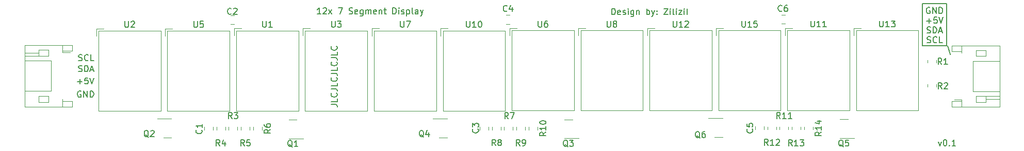
<source format=gbr>
%TF.GenerationSoftware,KiCad,Pcbnew,(6.0.0)*%
%TF.CreationDate,2023-05-02T22:40:52+02:00*%
%TF.ProjectId,7SegmentDisplay,37536567-6d65-46e7-9444-6973706c6179,rev?*%
%TF.SameCoordinates,Original*%
%TF.FileFunction,Legend,Top*%
%TF.FilePolarity,Positive*%
%FSLAX46Y46*%
G04 Gerber Fmt 4.6, Leading zero omitted, Abs format (unit mm)*
G04 Created by KiCad (PCBNEW (6.0.0)) date 2023-05-02 22:40:52*
%MOMM*%
%LPD*%
G01*
G04 APERTURE LIST*
%ADD10C,0.150000*%
%ADD11C,0.120000*%
G04 APERTURE END LIST*
D10*
X100442780Y-93392047D02*
X101157066Y-93392047D01*
X101299923Y-93439666D01*
X101395161Y-93534904D01*
X101442780Y-93677761D01*
X101442780Y-93773000D01*
X101442780Y-92439666D02*
X101442780Y-92915857D01*
X100442780Y-92915857D01*
X101347542Y-91534904D02*
X101395161Y-91582523D01*
X101442780Y-91725380D01*
X101442780Y-91820619D01*
X101395161Y-91963476D01*
X101299923Y-92058714D01*
X101204685Y-92106333D01*
X101014209Y-92153952D01*
X100871352Y-92153952D01*
X100680876Y-92106333D01*
X100585638Y-92058714D01*
X100490400Y-91963476D01*
X100442780Y-91820619D01*
X100442780Y-91725380D01*
X100490400Y-91582523D01*
X100538019Y-91534904D01*
X100442780Y-90820619D02*
X101157066Y-90820619D01*
X101299923Y-90868238D01*
X101395161Y-90963476D01*
X101442780Y-91106333D01*
X101442780Y-91201571D01*
X101442780Y-89868238D02*
X101442780Y-90344428D01*
X100442780Y-90344428D01*
X101347542Y-88963476D02*
X101395161Y-89011095D01*
X101442780Y-89153952D01*
X101442780Y-89249190D01*
X101395161Y-89392047D01*
X101299923Y-89487285D01*
X101204685Y-89534904D01*
X101014209Y-89582523D01*
X100871352Y-89582523D01*
X100680876Y-89534904D01*
X100585638Y-89487285D01*
X100490400Y-89392047D01*
X100442780Y-89249190D01*
X100442780Y-89153952D01*
X100490400Y-89011095D01*
X100538019Y-88963476D01*
X100442780Y-88249190D02*
X101157066Y-88249190D01*
X101299923Y-88296809D01*
X101395161Y-88392047D01*
X101442780Y-88534904D01*
X101442780Y-88630142D01*
X101442780Y-87296809D02*
X101442780Y-87773000D01*
X100442780Y-87773000D01*
X101347542Y-86392047D02*
X101395161Y-86439666D01*
X101442780Y-86582523D01*
X101442780Y-86677761D01*
X101395161Y-86820619D01*
X101299923Y-86915857D01*
X101204685Y-86963476D01*
X101014209Y-87011095D01*
X100871352Y-87011095D01*
X100680876Y-86963476D01*
X100585638Y-86915857D01*
X100490400Y-86820619D01*
X100442780Y-86677761D01*
X100442780Y-86582523D01*
X100490400Y-86439666D01*
X100538019Y-86392047D01*
X100442780Y-85677761D02*
X101157066Y-85677761D01*
X101299923Y-85725380D01*
X101395161Y-85820619D01*
X101442780Y-85963476D01*
X101442780Y-86058714D01*
X101442780Y-84725380D02*
X101442780Y-85201571D01*
X100442780Y-85201571D01*
X101347542Y-83820619D02*
X101395161Y-83868238D01*
X101442780Y-84011095D01*
X101442780Y-84106333D01*
X101395161Y-84249190D01*
X101299923Y-84344428D01*
X101204685Y-84392047D01*
X101014209Y-84439666D01*
X100871352Y-84439666D01*
X100680876Y-84392047D01*
X100585638Y-84344428D01*
X100490400Y-84249190D01*
X100442780Y-84106333D01*
X100442780Y-84011095D01*
X100490400Y-83868238D01*
X100538019Y-83820619D01*
X200120428Y-99531514D02*
X200358523Y-100198180D01*
X200596619Y-99531514D01*
X201168047Y-99198180D02*
X201263285Y-99198180D01*
X201358523Y-99245800D01*
X201406142Y-99293419D01*
X201453761Y-99388657D01*
X201501380Y-99579133D01*
X201501380Y-99817228D01*
X201453761Y-100007704D01*
X201406142Y-100102942D01*
X201358523Y-100150561D01*
X201263285Y-100198180D01*
X201168047Y-100198180D01*
X201072809Y-100150561D01*
X201025190Y-100102942D01*
X200977571Y-100007704D01*
X200929952Y-99817228D01*
X200929952Y-99579133D01*
X200977571Y-99388657D01*
X201025190Y-99293419D01*
X201072809Y-99245800D01*
X201168047Y-99198180D01*
X201929952Y-100102942D02*
X201977571Y-100150561D01*
X201929952Y-100198180D01*
X201882333Y-100150561D01*
X201929952Y-100102942D01*
X201929952Y-100198180D01*
X202929952Y-100198180D02*
X202358523Y-100198180D01*
X202644238Y-100198180D02*
X202644238Y-99198180D01*
X202549000Y-99341038D01*
X202453761Y-99436276D01*
X202358523Y-99483895D01*
X146538133Y-78582780D02*
X146538133Y-77582780D01*
X146776228Y-77582780D01*
X146919085Y-77630400D01*
X147014323Y-77725638D01*
X147061942Y-77820876D01*
X147109561Y-78011352D01*
X147109561Y-78154209D01*
X147061942Y-78344685D01*
X147014323Y-78439923D01*
X146919085Y-78535161D01*
X146776228Y-78582780D01*
X146538133Y-78582780D01*
X147919085Y-78535161D02*
X147823847Y-78582780D01*
X147633371Y-78582780D01*
X147538133Y-78535161D01*
X147490514Y-78439923D01*
X147490514Y-78058971D01*
X147538133Y-77963733D01*
X147633371Y-77916114D01*
X147823847Y-77916114D01*
X147919085Y-77963733D01*
X147966704Y-78058971D01*
X147966704Y-78154209D01*
X147490514Y-78249447D01*
X148347657Y-78535161D02*
X148442895Y-78582780D01*
X148633371Y-78582780D01*
X148728609Y-78535161D01*
X148776228Y-78439923D01*
X148776228Y-78392304D01*
X148728609Y-78297066D01*
X148633371Y-78249447D01*
X148490514Y-78249447D01*
X148395276Y-78201828D01*
X148347657Y-78106590D01*
X148347657Y-78058971D01*
X148395276Y-77963733D01*
X148490514Y-77916114D01*
X148633371Y-77916114D01*
X148728609Y-77963733D01*
X149204800Y-78582780D02*
X149204800Y-77916114D01*
X149204800Y-77582780D02*
X149157180Y-77630400D01*
X149204800Y-77678019D01*
X149252419Y-77630400D01*
X149204800Y-77582780D01*
X149204800Y-77678019D01*
X150109561Y-77916114D02*
X150109561Y-78725638D01*
X150061942Y-78820876D01*
X150014323Y-78868495D01*
X149919085Y-78916114D01*
X149776228Y-78916114D01*
X149680990Y-78868495D01*
X150109561Y-78535161D02*
X150014323Y-78582780D01*
X149823847Y-78582780D01*
X149728609Y-78535161D01*
X149680990Y-78487542D01*
X149633371Y-78392304D01*
X149633371Y-78106590D01*
X149680990Y-78011352D01*
X149728609Y-77963733D01*
X149823847Y-77916114D01*
X150014323Y-77916114D01*
X150109561Y-77963733D01*
X150585752Y-77916114D02*
X150585752Y-78582780D01*
X150585752Y-78011352D02*
X150633371Y-77963733D01*
X150728609Y-77916114D01*
X150871466Y-77916114D01*
X150966704Y-77963733D01*
X151014323Y-78058971D01*
X151014323Y-78582780D01*
X152252419Y-78582780D02*
X152252419Y-77582780D01*
X152252419Y-77963733D02*
X152347657Y-77916114D01*
X152538133Y-77916114D01*
X152633371Y-77963733D01*
X152680990Y-78011352D01*
X152728609Y-78106590D01*
X152728609Y-78392304D01*
X152680990Y-78487542D01*
X152633371Y-78535161D01*
X152538133Y-78582780D01*
X152347657Y-78582780D01*
X152252419Y-78535161D01*
X153061942Y-77916114D02*
X153300038Y-78582780D01*
X153538133Y-77916114D02*
X153300038Y-78582780D01*
X153204800Y-78820876D01*
X153157180Y-78868495D01*
X153061942Y-78916114D01*
X153919085Y-78487542D02*
X153966704Y-78535161D01*
X153919085Y-78582780D01*
X153871466Y-78535161D01*
X153919085Y-78487542D01*
X153919085Y-78582780D01*
X153919085Y-77963733D02*
X153966704Y-78011352D01*
X153919085Y-78058971D01*
X153871466Y-78011352D01*
X153919085Y-77963733D01*
X153919085Y-78058971D01*
X155061942Y-77582780D02*
X155728609Y-77582780D01*
X155061942Y-78582780D01*
X155728609Y-78582780D01*
X156109561Y-78582780D02*
X156109561Y-77916114D01*
X156109561Y-77582780D02*
X156061942Y-77630400D01*
X156109561Y-77678019D01*
X156157180Y-77630400D01*
X156109561Y-77582780D01*
X156109561Y-77678019D01*
X156728609Y-78582780D02*
X156633371Y-78535161D01*
X156585752Y-78439923D01*
X156585752Y-77582780D01*
X157109561Y-78582780D02*
X157109561Y-77916114D01*
X157109561Y-77582780D02*
X157061942Y-77630400D01*
X157109561Y-77678019D01*
X157157180Y-77630400D01*
X157109561Y-77582780D01*
X157109561Y-77678019D01*
X157490514Y-77916114D02*
X158014323Y-77916114D01*
X157490514Y-78582780D01*
X158014323Y-78582780D01*
X158395276Y-78582780D02*
X158395276Y-77916114D01*
X158395276Y-77582780D02*
X158347657Y-77630400D01*
X158395276Y-77678019D01*
X158442895Y-77630400D01*
X158395276Y-77582780D01*
X158395276Y-77678019D01*
X158871466Y-78582780D02*
X158871466Y-77582780D01*
X98762561Y-78481180D02*
X98191133Y-78481180D01*
X98476847Y-78481180D02*
X98476847Y-77481180D01*
X98381609Y-77624038D01*
X98286371Y-77719276D01*
X98191133Y-77766895D01*
X99143514Y-77576419D02*
X99191133Y-77528800D01*
X99286371Y-77481180D01*
X99524466Y-77481180D01*
X99619704Y-77528800D01*
X99667323Y-77576419D01*
X99714942Y-77671657D01*
X99714942Y-77766895D01*
X99667323Y-77909752D01*
X99095895Y-78481180D01*
X99714942Y-78481180D01*
X100048276Y-78481180D02*
X100572085Y-77814514D01*
X100048276Y-77814514D02*
X100572085Y-78481180D01*
X101619704Y-77481180D02*
X102286371Y-77481180D01*
X101857799Y-78481180D01*
X103381609Y-78433561D02*
X103524466Y-78481180D01*
X103762561Y-78481180D01*
X103857799Y-78433561D01*
X103905419Y-78385942D01*
X103953038Y-78290704D01*
X103953038Y-78195466D01*
X103905419Y-78100228D01*
X103857799Y-78052609D01*
X103762561Y-78004990D01*
X103572085Y-77957371D01*
X103476847Y-77909752D01*
X103429228Y-77862133D01*
X103381609Y-77766895D01*
X103381609Y-77671657D01*
X103429228Y-77576419D01*
X103476847Y-77528800D01*
X103572085Y-77481180D01*
X103810180Y-77481180D01*
X103953038Y-77528800D01*
X104762561Y-78433561D02*
X104667323Y-78481180D01*
X104476847Y-78481180D01*
X104381609Y-78433561D01*
X104333990Y-78338323D01*
X104333990Y-77957371D01*
X104381609Y-77862133D01*
X104476847Y-77814514D01*
X104667323Y-77814514D01*
X104762561Y-77862133D01*
X104810180Y-77957371D01*
X104810180Y-78052609D01*
X104333990Y-78147847D01*
X105667323Y-77814514D02*
X105667323Y-78624038D01*
X105619704Y-78719276D01*
X105572085Y-78766895D01*
X105476847Y-78814514D01*
X105333990Y-78814514D01*
X105238752Y-78766895D01*
X105667323Y-78433561D02*
X105572085Y-78481180D01*
X105381609Y-78481180D01*
X105286371Y-78433561D01*
X105238752Y-78385942D01*
X105191133Y-78290704D01*
X105191133Y-78004990D01*
X105238752Y-77909752D01*
X105286371Y-77862133D01*
X105381609Y-77814514D01*
X105572085Y-77814514D01*
X105667323Y-77862133D01*
X106143514Y-78481180D02*
X106143514Y-77814514D01*
X106143514Y-77909752D02*
X106191133Y-77862133D01*
X106286371Y-77814514D01*
X106429228Y-77814514D01*
X106524466Y-77862133D01*
X106572085Y-77957371D01*
X106572085Y-78481180D01*
X106572085Y-77957371D02*
X106619704Y-77862133D01*
X106714942Y-77814514D01*
X106857799Y-77814514D01*
X106953038Y-77862133D01*
X107000657Y-77957371D01*
X107000657Y-78481180D01*
X107857800Y-78433561D02*
X107762561Y-78481180D01*
X107572085Y-78481180D01*
X107476847Y-78433561D01*
X107429228Y-78338323D01*
X107429228Y-77957371D01*
X107476847Y-77862133D01*
X107572085Y-77814514D01*
X107762561Y-77814514D01*
X107857800Y-77862133D01*
X107905419Y-77957371D01*
X107905419Y-78052609D01*
X107429228Y-78147847D01*
X108333990Y-77814514D02*
X108333990Y-78481180D01*
X108333990Y-77909752D02*
X108381609Y-77862133D01*
X108476847Y-77814514D01*
X108619704Y-77814514D01*
X108714942Y-77862133D01*
X108762561Y-77957371D01*
X108762561Y-78481180D01*
X109095895Y-77814514D02*
X109476847Y-77814514D01*
X109238752Y-77481180D02*
X109238752Y-78338323D01*
X109286371Y-78433561D01*
X109381609Y-78481180D01*
X109476847Y-78481180D01*
X110572085Y-78481180D02*
X110572085Y-77481180D01*
X110810180Y-77481180D01*
X110953038Y-77528800D01*
X111048276Y-77624038D01*
X111095895Y-77719276D01*
X111143514Y-77909752D01*
X111143514Y-78052609D01*
X111095895Y-78243085D01*
X111048276Y-78338323D01*
X110953038Y-78433561D01*
X110810180Y-78481180D01*
X110572085Y-78481180D01*
X111572085Y-78481180D02*
X111572085Y-77814514D01*
X111572085Y-77481180D02*
X111524466Y-77528800D01*
X111572085Y-77576419D01*
X111619704Y-77528800D01*
X111572085Y-77481180D01*
X111572085Y-77576419D01*
X112000657Y-78433561D02*
X112095895Y-78481180D01*
X112286371Y-78481180D01*
X112381609Y-78433561D01*
X112429228Y-78338323D01*
X112429228Y-78290704D01*
X112381609Y-78195466D01*
X112286371Y-78147847D01*
X112143514Y-78147847D01*
X112048276Y-78100228D01*
X112000657Y-78004990D01*
X112000657Y-77957371D01*
X112048276Y-77862133D01*
X112143514Y-77814514D01*
X112286371Y-77814514D01*
X112381609Y-77862133D01*
X112857799Y-77814514D02*
X112857799Y-78814514D01*
X112857799Y-77862133D02*
X112953038Y-77814514D01*
X113143514Y-77814514D01*
X113238752Y-77862133D01*
X113286371Y-77909752D01*
X113333990Y-78004990D01*
X113333990Y-78290704D01*
X113286371Y-78385942D01*
X113238752Y-78433561D01*
X113143514Y-78481180D01*
X112953038Y-78481180D01*
X112857799Y-78433561D01*
X113905419Y-78481180D02*
X113810180Y-78433561D01*
X113762561Y-78338323D01*
X113762561Y-77481180D01*
X114714942Y-78481180D02*
X114714942Y-77957371D01*
X114667323Y-77862133D01*
X114572085Y-77814514D01*
X114381609Y-77814514D01*
X114286371Y-77862133D01*
X114714942Y-78433561D02*
X114619704Y-78481180D01*
X114381609Y-78481180D01*
X114286371Y-78433561D01*
X114238752Y-78338323D01*
X114238752Y-78243085D01*
X114286371Y-78147847D01*
X114381609Y-78100228D01*
X114619704Y-78100228D01*
X114714942Y-78052609D01*
X115095895Y-77814514D02*
X115333990Y-78481180D01*
X115572085Y-77814514D02*
X115333990Y-78481180D01*
X115238752Y-78719276D01*
X115191133Y-78766895D01*
X115095895Y-78814514D01*
X202057000Y-85140800D02*
X202057000Y-85166200D01*
X201599800Y-83718400D02*
X202057000Y-85140800D01*
X197459600Y-76809600D02*
X201498200Y-76809600D01*
X201498200Y-76809600D02*
X201498200Y-83743800D01*
X201498200Y-83743800D02*
X197459600Y-83743800D01*
X197459600Y-83743800D02*
X197459600Y-76809600D01*
X198704295Y-77450600D02*
X198609057Y-77402980D01*
X198466200Y-77402980D01*
X198323342Y-77450600D01*
X198228104Y-77545838D01*
X198180485Y-77641076D01*
X198132866Y-77831552D01*
X198132866Y-77974409D01*
X198180485Y-78164885D01*
X198228104Y-78260123D01*
X198323342Y-78355361D01*
X198466200Y-78402980D01*
X198561438Y-78402980D01*
X198704295Y-78355361D01*
X198751914Y-78307742D01*
X198751914Y-77974409D01*
X198561438Y-77974409D01*
X199180485Y-78402980D02*
X199180485Y-77402980D01*
X199751914Y-78402980D01*
X199751914Y-77402980D01*
X200228104Y-78402980D02*
X200228104Y-77402980D01*
X200466200Y-77402980D01*
X200609057Y-77450600D01*
X200704295Y-77545838D01*
X200751914Y-77641076D01*
X200799533Y-77831552D01*
X200799533Y-77974409D01*
X200751914Y-78164885D01*
X200704295Y-78260123D01*
X200609057Y-78355361D01*
X200466200Y-78402980D01*
X200228104Y-78402980D01*
X198180485Y-79632028D02*
X198942390Y-79632028D01*
X198561438Y-80012980D02*
X198561438Y-79251076D01*
X199894771Y-79012980D02*
X199418580Y-79012980D01*
X199370961Y-79489171D01*
X199418580Y-79441552D01*
X199513819Y-79393933D01*
X199751914Y-79393933D01*
X199847152Y-79441552D01*
X199894771Y-79489171D01*
X199942390Y-79584409D01*
X199942390Y-79822504D01*
X199894771Y-79917742D01*
X199847152Y-79965361D01*
X199751914Y-80012980D01*
X199513819Y-80012980D01*
X199418580Y-79965361D01*
X199370961Y-79917742D01*
X200228104Y-79012980D02*
X200561438Y-80012980D01*
X200894771Y-79012980D01*
X198251914Y-81575361D02*
X198394771Y-81622980D01*
X198632866Y-81622980D01*
X198728104Y-81575361D01*
X198775723Y-81527742D01*
X198823342Y-81432504D01*
X198823342Y-81337266D01*
X198775723Y-81242028D01*
X198728104Y-81194409D01*
X198632866Y-81146790D01*
X198442390Y-81099171D01*
X198347152Y-81051552D01*
X198299533Y-81003933D01*
X198251914Y-80908695D01*
X198251914Y-80813457D01*
X198299533Y-80718219D01*
X198347152Y-80670600D01*
X198442390Y-80622980D01*
X198680485Y-80622980D01*
X198823342Y-80670600D01*
X199251914Y-81622980D02*
X199251914Y-80622980D01*
X199490009Y-80622980D01*
X199632866Y-80670600D01*
X199728104Y-80765838D01*
X199775723Y-80861076D01*
X199823342Y-81051552D01*
X199823342Y-81194409D01*
X199775723Y-81384885D01*
X199728104Y-81480123D01*
X199632866Y-81575361D01*
X199490009Y-81622980D01*
X199251914Y-81622980D01*
X200204295Y-81337266D02*
X200680485Y-81337266D01*
X200109057Y-81622980D02*
X200442390Y-80622980D01*
X200775723Y-81622980D01*
X198275723Y-83185361D02*
X198418580Y-83232980D01*
X198656676Y-83232980D01*
X198751914Y-83185361D01*
X198799533Y-83137742D01*
X198847152Y-83042504D01*
X198847152Y-82947266D01*
X198799533Y-82852028D01*
X198751914Y-82804409D01*
X198656676Y-82756790D01*
X198466200Y-82709171D01*
X198370961Y-82661552D01*
X198323342Y-82613933D01*
X198275723Y-82518695D01*
X198275723Y-82423457D01*
X198323342Y-82328219D01*
X198370961Y-82280600D01*
X198466200Y-82232980D01*
X198704295Y-82232980D01*
X198847152Y-82280600D01*
X199847152Y-83137742D02*
X199799533Y-83185361D01*
X199656676Y-83232980D01*
X199561438Y-83232980D01*
X199418580Y-83185361D01*
X199323342Y-83090123D01*
X199275723Y-82994885D01*
X199228104Y-82804409D01*
X199228104Y-82661552D01*
X199275723Y-82471076D01*
X199323342Y-82375838D01*
X199418580Y-82280600D01*
X199561438Y-82232980D01*
X199656676Y-82232980D01*
X199799533Y-82280600D01*
X199847152Y-82328219D01*
X200751914Y-83232980D02*
X200275723Y-83232980D01*
X200275723Y-82232980D01*
X59007523Y-86129761D02*
X59150380Y-86177380D01*
X59388476Y-86177380D01*
X59483714Y-86129761D01*
X59531333Y-86082142D01*
X59578952Y-85986904D01*
X59578952Y-85891666D01*
X59531333Y-85796428D01*
X59483714Y-85748809D01*
X59388476Y-85701190D01*
X59198000Y-85653571D01*
X59102761Y-85605952D01*
X59055142Y-85558333D01*
X59007523Y-85463095D01*
X59007523Y-85367857D01*
X59055142Y-85272619D01*
X59102761Y-85225000D01*
X59198000Y-85177380D01*
X59436095Y-85177380D01*
X59578952Y-85225000D01*
X60578952Y-86082142D02*
X60531333Y-86129761D01*
X60388476Y-86177380D01*
X60293238Y-86177380D01*
X60150380Y-86129761D01*
X60055142Y-86034523D01*
X60007523Y-85939285D01*
X59959904Y-85748809D01*
X59959904Y-85605952D01*
X60007523Y-85415476D01*
X60055142Y-85320238D01*
X60150380Y-85225000D01*
X60293238Y-85177380D01*
X60388476Y-85177380D01*
X60531333Y-85225000D01*
X60578952Y-85272619D01*
X61483714Y-86177380D02*
X61007523Y-86177380D01*
X61007523Y-85177380D01*
X59009114Y-87933161D02*
X59151971Y-87980780D01*
X59390066Y-87980780D01*
X59485304Y-87933161D01*
X59532923Y-87885542D01*
X59580542Y-87790304D01*
X59580542Y-87695066D01*
X59532923Y-87599828D01*
X59485304Y-87552209D01*
X59390066Y-87504590D01*
X59199590Y-87456971D01*
X59104352Y-87409352D01*
X59056733Y-87361733D01*
X59009114Y-87266495D01*
X59009114Y-87171257D01*
X59056733Y-87076019D01*
X59104352Y-87028400D01*
X59199590Y-86980780D01*
X59437685Y-86980780D01*
X59580542Y-87028400D01*
X60009114Y-87980780D02*
X60009114Y-86980780D01*
X60247209Y-86980780D01*
X60390066Y-87028400D01*
X60485304Y-87123638D01*
X60532923Y-87218876D01*
X60580542Y-87409352D01*
X60580542Y-87552209D01*
X60532923Y-87742685D01*
X60485304Y-87837923D01*
X60390066Y-87933161D01*
X60247209Y-87980780D01*
X60009114Y-87980780D01*
X60961495Y-87695066D02*
X61437685Y-87695066D01*
X60866257Y-87980780D02*
X61199590Y-86980780D01*
X61532923Y-87980780D01*
X58810685Y-89631828D02*
X59572590Y-89631828D01*
X59191638Y-90012780D02*
X59191638Y-89250876D01*
X60524971Y-89012780D02*
X60048780Y-89012780D01*
X60001161Y-89488971D01*
X60048780Y-89441352D01*
X60144019Y-89393733D01*
X60382114Y-89393733D01*
X60477352Y-89441352D01*
X60524971Y-89488971D01*
X60572590Y-89584209D01*
X60572590Y-89822304D01*
X60524971Y-89917542D01*
X60477352Y-89965161D01*
X60382114Y-90012780D01*
X60144019Y-90012780D01*
X60048780Y-89965161D01*
X60001161Y-89917542D01*
X60858304Y-89012780D02*
X61191638Y-90012780D01*
X61524971Y-89012780D01*
X59385295Y-91244800D02*
X59290057Y-91197180D01*
X59147200Y-91197180D01*
X59004342Y-91244800D01*
X58909104Y-91340038D01*
X58861485Y-91435276D01*
X58813866Y-91625752D01*
X58813866Y-91768609D01*
X58861485Y-91959085D01*
X58909104Y-92054323D01*
X59004342Y-92149561D01*
X59147200Y-92197180D01*
X59242438Y-92197180D01*
X59385295Y-92149561D01*
X59432914Y-92101942D01*
X59432914Y-91768609D01*
X59242438Y-91768609D01*
X59861485Y-92197180D02*
X59861485Y-91197180D01*
X60432914Y-92197180D01*
X60432914Y-91197180D01*
X60909104Y-92197180D02*
X60909104Y-91197180D01*
X61147200Y-91197180D01*
X61290057Y-91244800D01*
X61385295Y-91340038D01*
X61432914Y-91435276D01*
X61480533Y-91625752D01*
X61480533Y-91768609D01*
X61432914Y-91959085D01*
X61385295Y-92054323D01*
X61290057Y-92149561D01*
X61147200Y-92197180D01*
X60909104Y-92197180D01*
%TO.C,U13*%
X190481604Y-79614280D02*
X190481604Y-80423804D01*
X190529223Y-80519042D01*
X190576842Y-80566661D01*
X190672080Y-80614280D01*
X190862557Y-80614280D01*
X190957795Y-80566661D01*
X191005414Y-80519042D01*
X191053033Y-80423804D01*
X191053033Y-79614280D01*
X192053033Y-80614280D02*
X191481604Y-80614280D01*
X191767319Y-80614280D02*
X191767319Y-79614280D01*
X191672080Y-79757138D01*
X191576842Y-79852376D01*
X191481604Y-79899995D01*
X192386366Y-79614280D02*
X193005414Y-79614280D01*
X192672080Y-79995233D01*
X192814938Y-79995233D01*
X192910176Y-80042852D01*
X192957795Y-80090471D01*
X193005414Y-80185709D01*
X193005414Y-80423804D01*
X192957795Y-80519042D01*
X192910176Y-80566661D01*
X192814938Y-80614280D01*
X192529223Y-80614280D01*
X192433985Y-80566661D01*
X192386366Y-80519042D01*
%TO.C,R6*%
X90484635Y-97521310D02*
X90008445Y-97854644D01*
X90484635Y-98092739D02*
X89484635Y-98092739D01*
X89484635Y-97711786D01*
X89532255Y-97616548D01*
X89579874Y-97568929D01*
X89675112Y-97521310D01*
X89817969Y-97521310D01*
X89913207Y-97568929D01*
X89960826Y-97616548D01*
X90008445Y-97711786D01*
X90008445Y-98092739D01*
X89484635Y-96664167D02*
X89484635Y-96854644D01*
X89532255Y-96949882D01*
X89579874Y-96997501D01*
X89722731Y-97092739D01*
X89913207Y-97140358D01*
X90294159Y-97140358D01*
X90389397Y-97092739D01*
X90437016Y-97045120D01*
X90484635Y-96949882D01*
X90484635Y-96759405D01*
X90437016Y-96664167D01*
X90389397Y-96616548D01*
X90294159Y-96568929D01*
X90056064Y-96568929D01*
X89960826Y-96616548D01*
X89913207Y-96664167D01*
X89865588Y-96759405D01*
X89865588Y-96949882D01*
X89913207Y-97045120D01*
X89960826Y-97092739D01*
X90056064Y-97140358D01*
%TO.C,U12*%
X156572604Y-79639680D02*
X156572604Y-80449204D01*
X156620223Y-80544442D01*
X156667842Y-80592061D01*
X156763080Y-80639680D01*
X156953557Y-80639680D01*
X157048795Y-80592061D01*
X157096414Y-80544442D01*
X157144033Y-80449204D01*
X157144033Y-79639680D01*
X158144033Y-80639680D02*
X157572604Y-80639680D01*
X157858319Y-80639680D02*
X157858319Y-79639680D01*
X157763080Y-79782538D01*
X157667842Y-79877776D01*
X157572604Y-79925395D01*
X158524985Y-79734919D02*
X158572604Y-79687300D01*
X158667842Y-79639680D01*
X158905938Y-79639680D01*
X159001176Y-79687300D01*
X159048795Y-79734919D01*
X159096414Y-79830157D01*
X159096414Y-79925395D01*
X159048795Y-80068252D01*
X158477366Y-80639680D01*
X159096414Y-80639680D01*
%TO.C,U1*%
X89221050Y-79662524D02*
X89221050Y-80472048D01*
X89268669Y-80567286D01*
X89316288Y-80614905D01*
X89411526Y-80662524D01*
X89602002Y-80662524D01*
X89697240Y-80614905D01*
X89744859Y-80567286D01*
X89792478Y-80472048D01*
X89792478Y-79662524D01*
X90792478Y-80662524D02*
X90221050Y-80662524D01*
X90506764Y-80662524D02*
X90506764Y-79662524D01*
X90411526Y-79805382D01*
X90316288Y-79900620D01*
X90221050Y-79948239D01*
%TO.C,R8*%
X127442933Y-100172780D02*
X127109600Y-99696590D01*
X126871504Y-100172780D02*
X126871504Y-99172780D01*
X127252457Y-99172780D01*
X127347695Y-99220400D01*
X127395314Y-99268019D01*
X127442933Y-99363257D01*
X127442933Y-99506114D01*
X127395314Y-99601352D01*
X127347695Y-99648971D01*
X127252457Y-99696590D01*
X126871504Y-99696590D01*
X128014361Y-99601352D02*
X127919123Y-99553733D01*
X127871504Y-99506114D01*
X127823885Y-99410876D01*
X127823885Y-99363257D01*
X127871504Y-99268019D01*
X127919123Y-99220400D01*
X128014361Y-99172780D01*
X128204838Y-99172780D01*
X128300076Y-99220400D01*
X128347695Y-99268019D01*
X128395314Y-99363257D01*
X128395314Y-99410876D01*
X128347695Y-99506114D01*
X128300076Y-99553733D01*
X128204838Y-99601352D01*
X128014361Y-99601352D01*
X127919123Y-99648971D01*
X127871504Y-99696590D01*
X127823885Y-99791828D01*
X127823885Y-99982304D01*
X127871504Y-100077542D01*
X127919123Y-100125161D01*
X128014361Y-100172780D01*
X128204838Y-100172780D01*
X128300076Y-100125161D01*
X128347695Y-100077542D01*
X128395314Y-99982304D01*
X128395314Y-99791828D01*
X128347695Y-99696590D01*
X128300076Y-99648971D01*
X128204838Y-99601352D01*
%TO.C,C4*%
X129322533Y-77979542D02*
X129274914Y-78027161D01*
X129132057Y-78074780D01*
X129036819Y-78074780D01*
X128893961Y-78027161D01*
X128798723Y-77931923D01*
X128751104Y-77836685D01*
X128703485Y-77646209D01*
X128703485Y-77503352D01*
X128751104Y-77312876D01*
X128798723Y-77217638D01*
X128893961Y-77122400D01*
X129036819Y-77074780D01*
X129132057Y-77074780D01*
X129274914Y-77122400D01*
X129322533Y-77170019D01*
X130179676Y-77408114D02*
X130179676Y-78074780D01*
X129941580Y-77027161D02*
X129703485Y-77741447D01*
X130322533Y-77741447D01*
%TO.C,U3*%
X100524050Y-79662524D02*
X100524050Y-80472048D01*
X100571669Y-80567286D01*
X100619288Y-80614905D01*
X100714526Y-80662524D01*
X100905002Y-80662524D01*
X101000240Y-80614905D01*
X101047859Y-80567286D01*
X101095478Y-80472048D01*
X101095478Y-79662524D01*
X101476431Y-79662524D02*
X102095478Y-79662524D01*
X101762145Y-80043477D01*
X101905002Y-80043477D01*
X102000240Y-80091096D01*
X102047859Y-80138715D01*
X102095478Y-80233953D01*
X102095478Y-80472048D01*
X102047859Y-80567286D01*
X102000240Y-80614905D01*
X101905002Y-80662524D01*
X101619288Y-80662524D01*
X101524050Y-80614905D01*
X101476431Y-80567286D01*
%TO.C,R3*%
X84186733Y-95727780D02*
X83853400Y-95251590D01*
X83615304Y-95727780D02*
X83615304Y-94727780D01*
X83996257Y-94727780D01*
X84091495Y-94775400D01*
X84139114Y-94823019D01*
X84186733Y-94918257D01*
X84186733Y-95061114D01*
X84139114Y-95156352D01*
X84091495Y-95203971D01*
X83996257Y-95251590D01*
X83615304Y-95251590D01*
X84520066Y-94727780D02*
X85139114Y-94727780D01*
X84805780Y-95108733D01*
X84948638Y-95108733D01*
X85043876Y-95156352D01*
X85091495Y-95203971D01*
X85139114Y-95299209D01*
X85139114Y-95537304D01*
X85091495Y-95632542D01*
X85043876Y-95680161D01*
X84948638Y-95727780D01*
X84662923Y-95727780D01*
X84567685Y-95680161D01*
X84520066Y-95632542D01*
%TO.C,U11*%
X179178604Y-79614280D02*
X179178604Y-80423804D01*
X179226223Y-80519042D01*
X179273842Y-80566661D01*
X179369080Y-80614280D01*
X179559557Y-80614280D01*
X179654795Y-80566661D01*
X179702414Y-80519042D01*
X179750033Y-80423804D01*
X179750033Y-79614280D01*
X180750033Y-80614280D02*
X180178604Y-80614280D01*
X180464319Y-80614280D02*
X180464319Y-79614280D01*
X180369080Y-79757138D01*
X180273842Y-79852376D01*
X180178604Y-79899995D01*
X181702414Y-80614280D02*
X181130985Y-80614280D01*
X181416700Y-80614280D02*
X181416700Y-79614280D01*
X181321461Y-79757138D01*
X181226223Y-79852376D01*
X181130985Y-79899995D01*
%TO.C,Q6*%
X160966161Y-98947219D02*
X160870923Y-98899600D01*
X160775685Y-98804361D01*
X160632828Y-98661504D01*
X160537590Y-98613885D01*
X160442352Y-98613885D01*
X160489971Y-98851980D02*
X160394733Y-98804361D01*
X160299495Y-98709123D01*
X160251876Y-98518647D01*
X160251876Y-98185314D01*
X160299495Y-97994838D01*
X160394733Y-97899600D01*
X160489971Y-97851980D01*
X160680447Y-97851980D01*
X160775685Y-97899600D01*
X160870923Y-97994838D01*
X160918542Y-98185314D01*
X160918542Y-98518647D01*
X160870923Y-98709123D01*
X160775685Y-98804361D01*
X160680447Y-98851980D01*
X160489971Y-98851980D01*
X161775685Y-97851980D02*
X161585209Y-97851980D01*
X161489971Y-97899600D01*
X161442352Y-97947219D01*
X161347114Y-98090076D01*
X161299495Y-98280552D01*
X161299495Y-98661504D01*
X161347114Y-98756742D01*
X161394733Y-98804361D01*
X161489971Y-98851980D01*
X161680447Y-98851980D01*
X161775685Y-98804361D01*
X161823304Y-98756742D01*
X161870923Y-98661504D01*
X161870923Y-98423409D01*
X161823304Y-98328171D01*
X161775685Y-98280552D01*
X161680447Y-98232933D01*
X161489971Y-98232933D01*
X161394733Y-98280552D01*
X161347114Y-98328171D01*
X161299495Y-98423409D01*
%TO.C,R7*%
X129525733Y-95753180D02*
X129192400Y-95276990D01*
X128954304Y-95753180D02*
X128954304Y-94753180D01*
X129335257Y-94753180D01*
X129430495Y-94800800D01*
X129478114Y-94848419D01*
X129525733Y-94943657D01*
X129525733Y-95086514D01*
X129478114Y-95181752D01*
X129430495Y-95229371D01*
X129335257Y-95276990D01*
X128954304Y-95276990D01*
X129859066Y-94753180D02*
X130525733Y-94753180D01*
X130097161Y-95753180D01*
%TO.C,C2*%
X84059733Y-78436742D02*
X84012114Y-78484361D01*
X83869257Y-78531980D01*
X83774019Y-78531980D01*
X83631161Y-78484361D01*
X83535923Y-78389123D01*
X83488304Y-78293885D01*
X83440685Y-78103409D01*
X83440685Y-77960552D01*
X83488304Y-77770076D01*
X83535923Y-77674838D01*
X83631161Y-77579600D01*
X83774019Y-77531980D01*
X83869257Y-77531980D01*
X84012114Y-77579600D01*
X84059733Y-77627219D01*
X84440685Y-77627219D02*
X84488304Y-77579600D01*
X84583542Y-77531980D01*
X84821638Y-77531980D01*
X84916876Y-77579600D01*
X84964495Y-77627219D01*
X85012114Y-77722457D01*
X85012114Y-77817695D01*
X84964495Y-77960552D01*
X84393066Y-78531980D01*
X85012114Y-78531980D01*
%TO.C,C3*%
X124537742Y-97448666D02*
X124585361Y-97496285D01*
X124632980Y-97639142D01*
X124632980Y-97734380D01*
X124585361Y-97877238D01*
X124490123Y-97972476D01*
X124394885Y-98020095D01*
X124204409Y-98067714D01*
X124061552Y-98067714D01*
X123871076Y-98020095D01*
X123775838Y-97972476D01*
X123680600Y-97877238D01*
X123632980Y-97734380D01*
X123632980Y-97639142D01*
X123680600Y-97496285D01*
X123728219Y-97448666D01*
X123632980Y-97115333D02*
X123632980Y-96496285D01*
X124013933Y-96829619D01*
X124013933Y-96686761D01*
X124061552Y-96591523D01*
X124109171Y-96543904D01*
X124204409Y-96496285D01*
X124442504Y-96496285D01*
X124537742Y-96543904D01*
X124585361Y-96591523D01*
X124632980Y-96686761D01*
X124632980Y-96972476D01*
X124585361Y-97067714D01*
X124537742Y-97115333D01*
%TO.C,R2*%
X200671133Y-90825580D02*
X200337800Y-90349390D01*
X200099704Y-90825580D02*
X200099704Y-89825580D01*
X200480657Y-89825580D01*
X200575895Y-89873200D01*
X200623514Y-89920819D01*
X200671133Y-90016057D01*
X200671133Y-90158914D01*
X200623514Y-90254152D01*
X200575895Y-90301771D01*
X200480657Y-90349390D01*
X200099704Y-90349390D01*
X201052085Y-89920819D02*
X201099704Y-89873200D01*
X201194942Y-89825580D01*
X201433038Y-89825580D01*
X201528276Y-89873200D01*
X201575895Y-89920819D01*
X201623514Y-90016057D01*
X201623514Y-90111295D01*
X201575895Y-90254152D01*
X201004466Y-90825580D01*
X201623514Y-90825580D01*
%TO.C,U6*%
X134442795Y-79643275D02*
X134442795Y-80452799D01*
X134490414Y-80548037D01*
X134538033Y-80595656D01*
X134633271Y-80643275D01*
X134823747Y-80643275D01*
X134918985Y-80595656D01*
X134966604Y-80548037D01*
X135014223Y-80452799D01*
X135014223Y-79643275D01*
X135918985Y-79643275D02*
X135728509Y-79643275D01*
X135633271Y-79690895D01*
X135585652Y-79738514D01*
X135490414Y-79881371D01*
X135442795Y-80071847D01*
X135442795Y-80452799D01*
X135490414Y-80548037D01*
X135538033Y-80595656D01*
X135633271Y-80643275D01*
X135823747Y-80643275D01*
X135918985Y-80595656D01*
X135966604Y-80548037D01*
X136014223Y-80452799D01*
X136014223Y-80214704D01*
X135966604Y-80119466D01*
X135918985Y-80071847D01*
X135823747Y-80024228D01*
X135633271Y-80024228D01*
X135538033Y-80071847D01*
X135490414Y-80119466D01*
X135442795Y-80214704D01*
%TO.C,U5*%
X77917550Y-79687924D02*
X77917550Y-80497448D01*
X77965169Y-80592686D01*
X78012788Y-80640305D01*
X78108026Y-80687924D01*
X78298502Y-80687924D01*
X78393740Y-80640305D01*
X78441359Y-80592686D01*
X78488978Y-80497448D01*
X78488978Y-79687924D01*
X79441359Y-79687924D02*
X78965169Y-79687924D01*
X78917550Y-80164115D01*
X78965169Y-80116496D01*
X79060407Y-80068877D01*
X79298502Y-80068877D01*
X79393740Y-80116496D01*
X79441359Y-80164115D01*
X79488978Y-80259353D01*
X79488978Y-80497448D01*
X79441359Y-80592686D01*
X79393740Y-80640305D01*
X79298502Y-80687924D01*
X79060407Y-80687924D01*
X78965169Y-80640305D01*
X78917550Y-80592686D01*
%TO.C,R4*%
X82180133Y-100223580D02*
X81846800Y-99747390D01*
X81608704Y-100223580D02*
X81608704Y-99223580D01*
X81989657Y-99223580D01*
X82084895Y-99271200D01*
X82132514Y-99318819D01*
X82180133Y-99414057D01*
X82180133Y-99556914D01*
X82132514Y-99652152D01*
X82084895Y-99699771D01*
X81989657Y-99747390D01*
X81608704Y-99747390D01*
X83037276Y-99556914D02*
X83037276Y-100223580D01*
X82799180Y-99175961D02*
X82561085Y-99890247D01*
X83180133Y-99890247D01*
%TO.C,R14*%
X180918380Y-97949257D02*
X180442190Y-98282590D01*
X180918380Y-98520685D02*
X179918380Y-98520685D01*
X179918380Y-98139733D01*
X179966000Y-98044495D01*
X180013619Y-97996876D01*
X180108857Y-97949257D01*
X180251714Y-97949257D01*
X180346952Y-97996876D01*
X180394571Y-98044495D01*
X180442190Y-98139733D01*
X180442190Y-98520685D01*
X180918380Y-96996876D02*
X180918380Y-97568304D01*
X180918380Y-97282590D02*
X179918380Y-97282590D01*
X180061238Y-97377828D01*
X180156476Y-97473066D01*
X180204095Y-97568304D01*
X180251714Y-96139733D02*
X180918380Y-96139733D01*
X179870761Y-96377828D02*
X180585047Y-96615923D01*
X180585047Y-95996876D01*
%TO.C,C1*%
X79173342Y-97601066D02*
X79220961Y-97648685D01*
X79268580Y-97791542D01*
X79268580Y-97886780D01*
X79220961Y-98029638D01*
X79125723Y-98124876D01*
X79030485Y-98172495D01*
X78840009Y-98220114D01*
X78697152Y-98220114D01*
X78506676Y-98172495D01*
X78411438Y-98124876D01*
X78316200Y-98029638D01*
X78268580Y-97886780D01*
X78268580Y-97791542D01*
X78316200Y-97648685D01*
X78363819Y-97601066D01*
X79268580Y-96648685D02*
X79268580Y-97220114D01*
X79268580Y-96934400D02*
X78268580Y-96934400D01*
X78411438Y-97029638D01*
X78506676Y-97124876D01*
X78554295Y-97220114D01*
%TO.C,C5*%
X169571942Y-97448666D02*
X169619561Y-97496285D01*
X169667180Y-97639142D01*
X169667180Y-97734380D01*
X169619561Y-97877238D01*
X169524323Y-97972476D01*
X169429085Y-98020095D01*
X169238609Y-98067714D01*
X169095752Y-98067714D01*
X168905276Y-98020095D01*
X168810038Y-97972476D01*
X168714800Y-97877238D01*
X168667180Y-97734380D01*
X168667180Y-97639142D01*
X168714800Y-97496285D01*
X168762419Y-97448666D01*
X168667180Y-96543904D02*
X168667180Y-97020095D01*
X169143371Y-97067714D01*
X169095752Y-97020095D01*
X169048133Y-96924857D01*
X169048133Y-96686761D01*
X169095752Y-96591523D01*
X169143371Y-96543904D01*
X169238609Y-96496285D01*
X169476704Y-96496285D01*
X169571942Y-96543904D01*
X169619561Y-96591523D01*
X169667180Y-96686761D01*
X169667180Y-96924857D01*
X169619561Y-97020095D01*
X169571942Y-97067714D01*
%TO.C,U2*%
X66615050Y-79687924D02*
X66615050Y-80497448D01*
X66662669Y-80592686D01*
X66710288Y-80640305D01*
X66805526Y-80687924D01*
X66996002Y-80687924D01*
X67091240Y-80640305D01*
X67138859Y-80592686D01*
X67186478Y-80497448D01*
X67186478Y-79687924D01*
X67615050Y-79783163D02*
X67662669Y-79735544D01*
X67757907Y-79687924D01*
X67996002Y-79687924D01*
X68091240Y-79735544D01*
X68138859Y-79783163D01*
X68186478Y-79878401D01*
X68186478Y-79973639D01*
X68138859Y-80116496D01*
X67567431Y-80687924D01*
X68186478Y-80687924D01*
%TO.C,R13*%
X176115742Y-100223580D02*
X175782409Y-99747390D01*
X175544314Y-100223580D02*
X175544314Y-99223580D01*
X175925266Y-99223580D01*
X176020504Y-99271200D01*
X176068123Y-99318819D01*
X176115742Y-99414057D01*
X176115742Y-99556914D01*
X176068123Y-99652152D01*
X176020504Y-99699771D01*
X175925266Y-99747390D01*
X175544314Y-99747390D01*
X177068123Y-100223580D02*
X176496695Y-100223580D01*
X176782409Y-100223580D02*
X176782409Y-99223580D01*
X176687171Y-99366438D01*
X176591933Y-99461676D01*
X176496695Y-99509295D01*
X177401457Y-99223580D02*
X178020504Y-99223580D01*
X177687171Y-99604533D01*
X177830028Y-99604533D01*
X177925266Y-99652152D01*
X177972885Y-99699771D01*
X178020504Y-99795009D01*
X178020504Y-100033104D01*
X177972885Y-100128342D01*
X177925266Y-100175961D01*
X177830028Y-100223580D01*
X177544314Y-100223580D01*
X177449076Y-100175961D01*
X177401457Y-100128342D01*
%TO.C,Q5*%
X184511961Y-100355619D02*
X184416723Y-100308000D01*
X184321485Y-100212761D01*
X184178628Y-100069904D01*
X184083390Y-100022285D01*
X183988152Y-100022285D01*
X184035771Y-100260380D02*
X183940533Y-100212761D01*
X183845295Y-100117523D01*
X183797676Y-99927047D01*
X183797676Y-99593714D01*
X183845295Y-99403238D01*
X183940533Y-99308000D01*
X184035771Y-99260380D01*
X184226247Y-99260380D01*
X184321485Y-99308000D01*
X184416723Y-99403238D01*
X184464342Y-99593714D01*
X184464342Y-99927047D01*
X184416723Y-100117523D01*
X184321485Y-100212761D01*
X184226247Y-100260380D01*
X184035771Y-100260380D01*
X185369104Y-99260380D02*
X184892914Y-99260380D01*
X184845295Y-99736571D01*
X184892914Y-99688952D01*
X184988152Y-99641333D01*
X185226247Y-99641333D01*
X185321485Y-99688952D01*
X185369104Y-99736571D01*
X185416723Y-99831809D01*
X185416723Y-100069904D01*
X185369104Y-100165142D01*
X185321485Y-100212761D01*
X185226247Y-100260380D01*
X184988152Y-100260380D01*
X184892914Y-100212761D01*
X184845295Y-100165142D01*
%TO.C,R12*%
X172153342Y-100121980D02*
X171820009Y-99645790D01*
X171581914Y-100121980D02*
X171581914Y-99121980D01*
X171962866Y-99121980D01*
X172058104Y-99169600D01*
X172105723Y-99217219D01*
X172153342Y-99312457D01*
X172153342Y-99455314D01*
X172105723Y-99550552D01*
X172058104Y-99598171D01*
X171962866Y-99645790D01*
X171581914Y-99645790D01*
X173105723Y-100121980D02*
X172534295Y-100121980D01*
X172820009Y-100121980D02*
X172820009Y-99121980D01*
X172724771Y-99264838D01*
X172629533Y-99360076D01*
X172534295Y-99407695D01*
X173486676Y-99217219D02*
X173534295Y-99169600D01*
X173629533Y-99121980D01*
X173867628Y-99121980D01*
X173962866Y-99169600D01*
X174010485Y-99217219D01*
X174058104Y-99312457D01*
X174058104Y-99407695D01*
X174010485Y-99550552D01*
X173439057Y-100121980D01*
X174058104Y-100121980D01*
%TO.C,U15*%
X167875104Y-79639680D02*
X167875104Y-80449204D01*
X167922723Y-80544442D01*
X167970342Y-80592061D01*
X168065580Y-80639680D01*
X168256057Y-80639680D01*
X168351295Y-80592061D01*
X168398914Y-80544442D01*
X168446533Y-80449204D01*
X168446533Y-79639680D01*
X169446533Y-80639680D02*
X168875104Y-80639680D01*
X169160819Y-80639680D02*
X169160819Y-79639680D01*
X169065580Y-79782538D01*
X168970342Y-79877776D01*
X168875104Y-79925395D01*
X170351295Y-79639680D02*
X169875104Y-79639680D01*
X169827485Y-80115871D01*
X169875104Y-80068252D01*
X169970342Y-80020633D01*
X170208438Y-80020633D01*
X170303676Y-80068252D01*
X170351295Y-80115871D01*
X170398914Y-80211109D01*
X170398914Y-80449204D01*
X170351295Y-80544442D01*
X170303676Y-80592061D01*
X170208438Y-80639680D01*
X169970342Y-80639680D01*
X169875104Y-80592061D01*
X169827485Y-80544442D01*
%TO.C,R10*%
X135706380Y-97978252D02*
X135230190Y-98311585D01*
X135706380Y-98549680D02*
X134706380Y-98549680D01*
X134706380Y-98168728D01*
X134754000Y-98073490D01*
X134801619Y-98025871D01*
X134896857Y-97978252D01*
X135039714Y-97978252D01*
X135134952Y-98025871D01*
X135182571Y-98073490D01*
X135230190Y-98168728D01*
X135230190Y-98549680D01*
X135706380Y-97025871D02*
X135706380Y-97597299D01*
X135706380Y-97311585D02*
X134706380Y-97311585D01*
X134849238Y-97406823D01*
X134944476Y-97502061D01*
X134992095Y-97597299D01*
X134706380Y-96406823D02*
X134706380Y-96311585D01*
X134754000Y-96216347D01*
X134801619Y-96168728D01*
X134896857Y-96121109D01*
X135087333Y-96073490D01*
X135325428Y-96073490D01*
X135515904Y-96121109D01*
X135611142Y-96168728D01*
X135658761Y-96216347D01*
X135706380Y-96311585D01*
X135706380Y-96406823D01*
X135658761Y-96502061D01*
X135611142Y-96549680D01*
X135515904Y-96597299D01*
X135325428Y-96644918D01*
X135087333Y-96644918D01*
X134896857Y-96597299D01*
X134801619Y-96549680D01*
X134754000Y-96502061D01*
X134706380Y-96406823D01*
%TO.C,U8*%
X145745795Y-79643275D02*
X145745795Y-80452799D01*
X145793414Y-80548037D01*
X145841033Y-80595656D01*
X145936271Y-80643275D01*
X146126747Y-80643275D01*
X146221985Y-80595656D01*
X146269604Y-80548037D01*
X146317223Y-80452799D01*
X146317223Y-79643275D01*
X146936271Y-80071847D02*
X146841033Y-80024228D01*
X146793414Y-79976609D01*
X146745795Y-79881371D01*
X146745795Y-79833752D01*
X146793414Y-79738514D01*
X146841033Y-79690895D01*
X146936271Y-79643275D01*
X147126747Y-79643275D01*
X147221985Y-79690895D01*
X147269604Y-79738514D01*
X147317223Y-79833752D01*
X147317223Y-79881371D01*
X147269604Y-79976609D01*
X147221985Y-80024228D01*
X147126747Y-80071847D01*
X146936271Y-80071847D01*
X146841033Y-80119466D01*
X146793414Y-80167085D01*
X146745795Y-80262323D01*
X146745795Y-80452799D01*
X146793414Y-80548037D01*
X146841033Y-80595656D01*
X146936271Y-80643275D01*
X147126747Y-80643275D01*
X147221985Y-80595656D01*
X147269604Y-80548037D01*
X147317223Y-80452799D01*
X147317223Y-80262323D01*
X147269604Y-80167085D01*
X147221985Y-80119466D01*
X147126747Y-80071847D01*
%TO.C,R1*%
X200645733Y-86786980D02*
X200312400Y-86310790D01*
X200074304Y-86786980D02*
X200074304Y-85786980D01*
X200455257Y-85786980D01*
X200550495Y-85834600D01*
X200598114Y-85882219D01*
X200645733Y-85977457D01*
X200645733Y-86120314D01*
X200598114Y-86215552D01*
X200550495Y-86263171D01*
X200455257Y-86310790D01*
X200074304Y-86310790D01*
X201598114Y-86786980D02*
X201026685Y-86786980D01*
X201312400Y-86786980D02*
X201312400Y-85786980D01*
X201217161Y-85929838D01*
X201121923Y-86025076D01*
X201026685Y-86072695D01*
%TO.C,Q4*%
X115652561Y-98769419D02*
X115557323Y-98721800D01*
X115462085Y-98626561D01*
X115319228Y-98483704D01*
X115223990Y-98436085D01*
X115128752Y-98436085D01*
X115176371Y-98674180D02*
X115081133Y-98626561D01*
X114985895Y-98531323D01*
X114938276Y-98340847D01*
X114938276Y-98007514D01*
X114985895Y-97817038D01*
X115081133Y-97721800D01*
X115176371Y-97674180D01*
X115366847Y-97674180D01*
X115462085Y-97721800D01*
X115557323Y-97817038D01*
X115604942Y-98007514D01*
X115604942Y-98340847D01*
X115557323Y-98531323D01*
X115462085Y-98626561D01*
X115366847Y-98674180D01*
X115176371Y-98674180D01*
X116462085Y-98007514D02*
X116462085Y-98674180D01*
X116223990Y-97626561D02*
X115985895Y-98340847D01*
X116604942Y-98340847D01*
%TO.C,U10*%
X122663104Y-79668675D02*
X122663104Y-80478199D01*
X122710723Y-80573437D01*
X122758342Y-80621056D01*
X122853580Y-80668675D01*
X123044057Y-80668675D01*
X123139295Y-80621056D01*
X123186914Y-80573437D01*
X123234533Y-80478199D01*
X123234533Y-79668675D01*
X124234533Y-80668675D02*
X123663104Y-80668675D01*
X123948819Y-80668675D02*
X123948819Y-79668675D01*
X123853580Y-79811533D01*
X123758342Y-79906771D01*
X123663104Y-79954390D01*
X124853580Y-79668675D02*
X124948819Y-79668675D01*
X125044057Y-79716295D01*
X125091676Y-79763914D01*
X125139295Y-79859152D01*
X125186914Y-80049628D01*
X125186914Y-80287723D01*
X125139295Y-80478199D01*
X125091676Y-80573437D01*
X125044057Y-80621056D01*
X124948819Y-80668675D01*
X124853580Y-80668675D01*
X124758342Y-80621056D01*
X124710723Y-80573437D01*
X124663104Y-80478199D01*
X124615485Y-80287723D01*
X124615485Y-80049628D01*
X124663104Y-79859152D01*
X124710723Y-79763914D01*
X124758342Y-79716295D01*
X124853580Y-79668675D01*
%TO.C,R9*%
X131405333Y-100198180D02*
X131072000Y-99721990D01*
X130833904Y-100198180D02*
X130833904Y-99198180D01*
X131214857Y-99198180D01*
X131310095Y-99245800D01*
X131357714Y-99293419D01*
X131405333Y-99388657D01*
X131405333Y-99531514D01*
X131357714Y-99626752D01*
X131310095Y-99674371D01*
X131214857Y-99721990D01*
X130833904Y-99721990D01*
X131881523Y-100198180D02*
X132072000Y-100198180D01*
X132167238Y-100150561D01*
X132214857Y-100102942D01*
X132310095Y-99960085D01*
X132357714Y-99769609D01*
X132357714Y-99388657D01*
X132310095Y-99293419D01*
X132262476Y-99245800D01*
X132167238Y-99198180D01*
X131976761Y-99198180D01*
X131881523Y-99245800D01*
X131833904Y-99293419D01*
X131786285Y-99388657D01*
X131786285Y-99626752D01*
X131833904Y-99721990D01*
X131881523Y-99769609D01*
X131976761Y-99817228D01*
X132167238Y-99817228D01*
X132262476Y-99769609D01*
X132310095Y-99721990D01*
X132357714Y-99626752D01*
%TO.C,Q3*%
X139299961Y-100384614D02*
X139204723Y-100336995D01*
X139109485Y-100241756D01*
X138966628Y-100098899D01*
X138871390Y-100051280D01*
X138776152Y-100051280D01*
X138823771Y-100289375D02*
X138728533Y-100241756D01*
X138633295Y-100146518D01*
X138585676Y-99956042D01*
X138585676Y-99622709D01*
X138633295Y-99432233D01*
X138728533Y-99336995D01*
X138823771Y-99289375D01*
X139014247Y-99289375D01*
X139109485Y-99336995D01*
X139204723Y-99432233D01*
X139252342Y-99622709D01*
X139252342Y-99956042D01*
X139204723Y-100146518D01*
X139109485Y-100241756D01*
X139014247Y-100289375D01*
X138823771Y-100289375D01*
X139585676Y-99289375D02*
X140204723Y-99289375D01*
X139871390Y-99670328D01*
X140014247Y-99670328D01*
X140109485Y-99717947D01*
X140157104Y-99765566D01*
X140204723Y-99860804D01*
X140204723Y-100098899D01*
X140157104Y-100194137D01*
X140109485Y-100241756D01*
X140014247Y-100289375D01*
X139728533Y-100289375D01*
X139633295Y-100241756D01*
X139585676Y-100194137D01*
%TO.C,U7*%
X111836795Y-79668675D02*
X111836795Y-80478199D01*
X111884414Y-80573437D01*
X111932033Y-80621056D01*
X112027271Y-80668675D01*
X112217747Y-80668675D01*
X112312985Y-80621056D01*
X112360604Y-80573437D01*
X112408223Y-80478199D01*
X112408223Y-79668675D01*
X112789176Y-79668675D02*
X113455842Y-79668675D01*
X113027271Y-80668675D01*
%TO.C,C6*%
X174432933Y-77954142D02*
X174385314Y-78001761D01*
X174242457Y-78049380D01*
X174147219Y-78049380D01*
X174004361Y-78001761D01*
X173909123Y-77906523D01*
X173861504Y-77811285D01*
X173813885Y-77620809D01*
X173813885Y-77477952D01*
X173861504Y-77287476D01*
X173909123Y-77192238D01*
X174004361Y-77097000D01*
X174147219Y-77049380D01*
X174242457Y-77049380D01*
X174385314Y-77097000D01*
X174432933Y-77144619D01*
X175290076Y-77049380D02*
X175099600Y-77049380D01*
X175004361Y-77097000D01*
X174956742Y-77144619D01*
X174861504Y-77287476D01*
X174813885Y-77477952D01*
X174813885Y-77858904D01*
X174861504Y-77954142D01*
X174909123Y-78001761D01*
X175004361Y-78049380D01*
X175194838Y-78049380D01*
X175290076Y-78001761D01*
X175337695Y-77954142D01*
X175385314Y-77858904D01*
X175385314Y-77620809D01*
X175337695Y-77525571D01*
X175290076Y-77477952D01*
X175194838Y-77430333D01*
X175004361Y-77430333D01*
X174909123Y-77477952D01*
X174861504Y-77525571D01*
X174813885Y-77620809D01*
%TO.C,R5*%
X86193333Y-100223580D02*
X85860000Y-99747390D01*
X85621904Y-100223580D02*
X85621904Y-99223580D01*
X86002857Y-99223580D01*
X86098095Y-99271200D01*
X86145714Y-99318819D01*
X86193333Y-99414057D01*
X86193333Y-99556914D01*
X86145714Y-99652152D01*
X86098095Y-99699771D01*
X86002857Y-99747390D01*
X85621904Y-99747390D01*
X87098095Y-99223580D02*
X86621904Y-99223580D01*
X86574285Y-99699771D01*
X86621904Y-99652152D01*
X86717142Y-99604533D01*
X86955238Y-99604533D01*
X87050476Y-99652152D01*
X87098095Y-99699771D01*
X87145714Y-99795009D01*
X87145714Y-100033104D01*
X87098095Y-100128342D01*
X87050476Y-100175961D01*
X86955238Y-100223580D01*
X86717142Y-100223580D01*
X86621904Y-100175961D01*
X86574285Y-100128342D01*
%TO.C,Q2*%
X70491361Y-98794819D02*
X70396123Y-98747200D01*
X70300885Y-98651961D01*
X70158028Y-98509104D01*
X70062790Y-98461485D01*
X69967552Y-98461485D01*
X70015171Y-98699580D02*
X69919933Y-98651961D01*
X69824695Y-98556723D01*
X69777076Y-98366247D01*
X69777076Y-98032914D01*
X69824695Y-97842438D01*
X69919933Y-97747200D01*
X70015171Y-97699580D01*
X70205647Y-97699580D01*
X70300885Y-97747200D01*
X70396123Y-97842438D01*
X70443742Y-98032914D01*
X70443742Y-98366247D01*
X70396123Y-98556723D01*
X70300885Y-98651961D01*
X70205647Y-98699580D01*
X70015171Y-98699580D01*
X70824695Y-97794819D02*
X70872314Y-97747200D01*
X70967552Y-97699580D01*
X71205647Y-97699580D01*
X71300885Y-97747200D01*
X71348504Y-97794819D01*
X71396123Y-97890057D01*
X71396123Y-97985295D01*
X71348504Y-98128152D01*
X70777076Y-98699580D01*
X71396123Y-98699580D01*
%TO.C,Q1*%
X94078216Y-100403863D02*
X93982978Y-100356244D01*
X93887740Y-100261005D01*
X93744883Y-100118148D01*
X93649645Y-100070529D01*
X93554407Y-100070529D01*
X93602026Y-100308624D02*
X93506788Y-100261005D01*
X93411550Y-100165767D01*
X93363931Y-99975291D01*
X93363931Y-99641958D01*
X93411550Y-99451482D01*
X93506788Y-99356244D01*
X93602026Y-99308624D01*
X93792502Y-99308624D01*
X93887740Y-99356244D01*
X93982978Y-99451482D01*
X94030597Y-99641958D01*
X94030597Y-99975291D01*
X93982978Y-100165767D01*
X93887740Y-100261005D01*
X93792502Y-100308624D01*
X93602026Y-100308624D01*
X94982978Y-100308624D02*
X94411550Y-100308624D01*
X94697264Y-100308624D02*
X94697264Y-99308624D01*
X94602026Y-99451482D01*
X94506788Y-99546720D01*
X94411550Y-99594339D01*
%TO.C,R11*%
X174159942Y-95702380D02*
X173826609Y-95226190D01*
X173588514Y-95702380D02*
X173588514Y-94702380D01*
X173969466Y-94702380D01*
X174064704Y-94750000D01*
X174112323Y-94797619D01*
X174159942Y-94892857D01*
X174159942Y-95035714D01*
X174112323Y-95130952D01*
X174064704Y-95178571D01*
X173969466Y-95226190D01*
X173588514Y-95226190D01*
X175112323Y-95702380D02*
X174540895Y-95702380D01*
X174826609Y-95702380D02*
X174826609Y-94702380D01*
X174731371Y-94845238D01*
X174636133Y-94940476D01*
X174540895Y-94988095D01*
X176064704Y-95702380D02*
X175493276Y-95702380D01*
X175778990Y-95702380D02*
X175778990Y-94702380D01*
X175683752Y-94845238D01*
X175588514Y-94940476D01*
X175493276Y-94988095D01*
D11*
%TO.C,U13*%
X196829700Y-94391900D02*
X196829700Y-81171900D01*
X196829700Y-81171900D02*
X186609700Y-81171900D01*
X186609700Y-81171900D02*
X186609700Y-94391900D01*
X186249700Y-80811900D02*
X187449700Y-80811900D01*
X186609700Y-94391900D02*
X196829700Y-94391900D01*
X186249700Y-82011900D02*
X186249700Y-80811900D01*
%TO.C,R6*%
X89117255Y-97127580D02*
X89117255Y-97581708D01*
X87647255Y-97127580D02*
X87647255Y-97581708D01*
%TO.C,U12*%
X152340700Y-80837300D02*
X153540700Y-80837300D01*
X152700700Y-81197300D02*
X152700700Y-94417300D01*
X162920700Y-94417300D02*
X162920700Y-81197300D01*
X152700700Y-94417300D02*
X162920700Y-94417300D01*
X152340700Y-82037300D02*
X152340700Y-80837300D01*
X162920700Y-81197300D02*
X152700700Y-81197300D01*
%TO.C,U1*%
X95092955Y-81220144D02*
X84872955Y-81220144D01*
X95092955Y-94440144D02*
X95092955Y-81220144D01*
X84512955Y-82060144D02*
X84512955Y-80860144D01*
X84512955Y-80860144D02*
X85712955Y-80860144D01*
X84872955Y-81220144D02*
X84872955Y-94440144D01*
X84872955Y-94440144D02*
X95092955Y-94440144D01*
%TO.C,R8*%
X126849200Y-97108331D02*
X126849200Y-97562459D01*
X128319200Y-97108331D02*
X128319200Y-97562459D01*
%TO.C,C4*%
X129725052Y-78667995D02*
X129202548Y-78667995D01*
X129725052Y-80137995D02*
X129202548Y-80137995D01*
%TO.C,U3*%
X96175955Y-81220144D02*
X96175955Y-94440144D01*
X106395955Y-81220144D02*
X96175955Y-81220144D01*
X95815955Y-82060144D02*
X95815955Y-80860144D01*
X96175955Y-94440144D02*
X106395955Y-94440144D01*
X95815955Y-80860144D02*
X97015955Y-80860144D01*
X106395955Y-94440144D02*
X106395955Y-81220144D01*
%TO.C,R3*%
X83608655Y-97581708D02*
X83608655Y-97127580D01*
X85078655Y-97581708D02*
X85078655Y-97127580D01*
%TO.C,U11*%
X185526700Y-81171900D02*
X175306700Y-81171900D01*
X175306700Y-94391900D02*
X185526700Y-94391900D01*
X174946700Y-82011900D02*
X174946700Y-80811900D01*
X174946700Y-80811900D02*
X176146700Y-80811900D01*
X185526700Y-94391900D02*
X185526700Y-81171900D01*
X175306700Y-81171900D02*
X175306700Y-94391900D01*
%TO.C,J2*%
X203938000Y-92607600D02*
X202723000Y-92607600D01*
X202338000Y-84607600D02*
X203938000Y-84607600D01*
X203938000Y-92887600D02*
X202338000Y-92887600D01*
X202338000Y-93807600D02*
X210158000Y-93807600D01*
X210158000Y-93807600D02*
X210158000Y-83687600D01*
X207898000Y-92047600D02*
X210158000Y-92047600D01*
X206298000Y-93047600D02*
X207898000Y-93047600D01*
X207898000Y-92047600D02*
X206298000Y-92047600D01*
X206298000Y-84447600D02*
X207898000Y-84447600D01*
X210158000Y-83687600D02*
X202338000Y-83687600D01*
X205798000Y-86247600D02*
X210158000Y-86247600D01*
X207898000Y-93047600D02*
X207898000Y-92047600D01*
X207898000Y-92547600D02*
X210158000Y-92547600D01*
X203938000Y-92607600D02*
X203938000Y-92887600D01*
X203938000Y-83687600D02*
X203938000Y-84607600D01*
X203938000Y-93807600D02*
X203938000Y-92887600D01*
X206298000Y-92047600D02*
X206298000Y-93047600D01*
X207898000Y-84447600D02*
X207898000Y-85447600D01*
X207898000Y-85447600D02*
X206298000Y-85447600D01*
X202338000Y-83687600D02*
X202338000Y-84607600D01*
X203938000Y-84607600D02*
X203938000Y-84887600D01*
X205798000Y-91247600D02*
X205798000Y-86247600D01*
X202338000Y-92887600D02*
X202338000Y-93807600D01*
X210158000Y-91247600D02*
X205798000Y-91247600D01*
X206298000Y-85447600D02*
X206298000Y-84447600D01*
%TO.C,Q6*%
X164033200Y-98815600D02*
X164683200Y-98815600D01*
X164033200Y-95695600D02*
X164683200Y-95695600D01*
X164033200Y-98815600D02*
X163383200Y-98815600D01*
X164033200Y-95695600D02*
X162358200Y-95695600D01*
%TO.C,J1*%
X56386600Y-93756800D02*
X56386600Y-92836800D01*
X57986600Y-83636800D02*
X50166600Y-83636800D01*
X56386600Y-84836800D02*
X57601600Y-84836800D01*
X52426600Y-91996800D02*
X54026600Y-91996800D01*
X50166600Y-86196800D02*
X54526600Y-86196800D01*
X56386600Y-84556800D02*
X57986600Y-84556800D01*
X54526600Y-86196800D02*
X54526600Y-91196800D01*
X54026600Y-84396800D02*
X52426600Y-84396800D01*
X56386600Y-92836800D02*
X56386600Y-92556800D01*
X57986600Y-93756800D02*
X57986600Y-92836800D01*
X50166600Y-93756800D02*
X57986600Y-93756800D01*
X56386600Y-83636800D02*
X56386600Y-84556800D01*
X52426600Y-84396800D02*
X52426600Y-85396800D01*
X54526600Y-91196800D02*
X50166600Y-91196800D01*
X57986600Y-92836800D02*
X56386600Y-92836800D01*
X50166600Y-83636800D02*
X50166600Y-93756800D01*
X54026600Y-92996800D02*
X52426600Y-92996800D01*
X54026600Y-91996800D02*
X54026600Y-92996800D01*
X57986600Y-84556800D02*
X57986600Y-83636800D01*
X52426600Y-84896800D02*
X50166600Y-84896800D01*
X52426600Y-85396800D02*
X54026600Y-85396800D01*
X52426600Y-85396800D02*
X50166600Y-85396800D01*
X54026600Y-85396800D02*
X54026600Y-84396800D01*
X56386600Y-84836800D02*
X56386600Y-84556800D01*
X52426600Y-92996800D02*
X52426600Y-91996800D01*
%TO.C,R7*%
X128830400Y-97562459D02*
X128830400Y-97108331D01*
X130300400Y-97562459D02*
X130300400Y-97108331D01*
%TO.C,C2*%
X84503307Y-78687244D02*
X83980803Y-78687244D01*
X84503307Y-80157244D02*
X83980803Y-80157244D01*
%TO.C,C3*%
X126312600Y-97063943D02*
X126312600Y-97586447D01*
X124842600Y-97063943D02*
X124842600Y-97586447D01*
%TO.C,R2*%
X198299400Y-90069936D02*
X198299400Y-90524064D01*
X199769400Y-90069936D02*
X199769400Y-90524064D01*
%TO.C,U6*%
X140314700Y-81200895D02*
X130094700Y-81200895D01*
X129734700Y-80840895D02*
X130934700Y-80840895D01*
X129734700Y-82040895D02*
X129734700Y-80840895D01*
X140314700Y-94420895D02*
X140314700Y-81200895D01*
X130094700Y-94420895D02*
X140314700Y-94420895D01*
X130094700Y-81200895D02*
X130094700Y-94420895D01*
%TO.C,U5*%
X83789455Y-94465544D02*
X83789455Y-81245544D01*
X73569455Y-94465544D02*
X83789455Y-94465544D01*
X83789455Y-81245544D02*
X73569455Y-81245544D01*
X73209455Y-82085544D02*
X73209455Y-80885544D01*
X73569455Y-81245544D02*
X73569455Y-94465544D01*
X73209455Y-80885544D02*
X74409455Y-80885544D01*
%TO.C,R4*%
X81627455Y-97127580D02*
X81627455Y-97581708D01*
X83097455Y-97127580D02*
X83097455Y-97581708D01*
%TO.C,R14*%
X179551000Y-97079336D02*
X179551000Y-97533464D01*
X178081000Y-97079336D02*
X178081000Y-97533464D01*
%TO.C,C1*%
X81090855Y-97083192D02*
X81090855Y-97605696D01*
X79620855Y-97083192D02*
X79620855Y-97605696D01*
%TO.C,C5*%
X171524600Y-97034948D02*
X171524600Y-97557452D01*
X170054600Y-97034948D02*
X170054600Y-97557452D01*
%TO.C,U2*%
X61906955Y-80885544D02*
X63106955Y-80885544D01*
X72486955Y-94465544D02*
X72486955Y-81245544D01*
X72486955Y-81245544D02*
X62266955Y-81245544D01*
X61906955Y-82085544D02*
X61906955Y-80885544D01*
X62266955Y-81245544D02*
X62266955Y-94465544D01*
X62266955Y-94465544D02*
X72486955Y-94465544D01*
%TO.C,R13*%
X177519000Y-97533464D02*
X177519000Y-97079336D01*
X176049000Y-97533464D02*
X176049000Y-97079336D01*
%TO.C,Q5*%
X184607200Y-95848000D02*
X185257200Y-95848000D01*
X184607200Y-95848000D02*
X183957200Y-95848000D01*
X184607200Y-98968000D02*
X183957200Y-98968000D01*
X184607200Y-98968000D02*
X186282200Y-98968000D01*
%TO.C,R12*%
X172061200Y-97079336D02*
X172061200Y-97533464D01*
X173531200Y-97079336D02*
X173531200Y-97533464D01*
%TO.C,U15*%
X163643200Y-82037300D02*
X163643200Y-80837300D01*
X164003200Y-81197300D02*
X164003200Y-94417300D01*
X163643200Y-80837300D02*
X164843200Y-80837300D01*
X174223200Y-94417300D02*
X174223200Y-81197300D01*
X174223200Y-81197300D02*
X164003200Y-81197300D01*
X164003200Y-94417300D02*
X174223200Y-94417300D01*
%TO.C,R10*%
X132869000Y-97108331D02*
X132869000Y-97562459D01*
X134339000Y-97108331D02*
X134339000Y-97562459D01*
%TO.C,U8*%
X141037700Y-82040895D02*
X141037700Y-80840895D01*
X141397700Y-81200895D02*
X141397700Y-94420895D01*
X141397700Y-94420895D02*
X151617700Y-94420895D01*
X151617700Y-81200895D02*
X141397700Y-81200895D01*
X151617700Y-94420895D02*
X151617700Y-81200895D01*
X141037700Y-80840895D02*
X142237700Y-80840895D01*
%TO.C,R1*%
X199769400Y-86536264D02*
X199769400Y-86082136D01*
X198299400Y-86536264D02*
X198299400Y-86082136D01*
%TO.C,Q4*%
X118821200Y-95724595D02*
X119471200Y-95724595D01*
X118821200Y-95724595D02*
X117146200Y-95724595D01*
X118821200Y-98844595D02*
X119471200Y-98844595D01*
X118821200Y-98844595D02*
X118171200Y-98844595D01*
%TO.C,U10*%
X118791200Y-81226295D02*
X118791200Y-94446295D01*
X118791200Y-94446295D02*
X129011200Y-94446295D01*
X118431200Y-80866295D02*
X119631200Y-80866295D01*
X129011200Y-81226295D02*
X118791200Y-81226295D01*
X129011200Y-94446295D02*
X129011200Y-81226295D01*
X118431200Y-82066295D02*
X118431200Y-80866295D01*
%TO.C,R9*%
X130837000Y-97562459D02*
X130837000Y-97108331D01*
X132307000Y-97562459D02*
X132307000Y-97108331D01*
%TO.C,Q3*%
X139395200Y-98996995D02*
X141070200Y-98996995D01*
X139395200Y-95876995D02*
X138745200Y-95876995D01*
X139395200Y-95876995D02*
X140045200Y-95876995D01*
X139395200Y-98996995D02*
X138745200Y-98996995D01*
%TO.C,U7*%
X107128700Y-82066295D02*
X107128700Y-80866295D01*
X117708700Y-94446295D02*
X117708700Y-81226295D01*
X117708700Y-81226295D02*
X107488700Y-81226295D01*
X107128700Y-80866295D02*
X108328700Y-80866295D01*
X107488700Y-94446295D02*
X117708700Y-94446295D01*
X107488700Y-81226295D02*
X107488700Y-94446295D01*
%TO.C,C6*%
X174937052Y-80109000D02*
X174414548Y-80109000D01*
X174937052Y-78639000D02*
X174414548Y-78639000D01*
%TO.C,R5*%
X85615255Y-97581708D02*
X85615255Y-97127580D01*
X87085255Y-97581708D02*
X87085255Y-97127580D01*
%TO.C,Q2*%
X73599455Y-98863844D02*
X72949455Y-98863844D01*
X73599455Y-95743844D02*
X74249455Y-95743844D01*
X73599455Y-98863844D02*
X74249455Y-98863844D01*
X73599455Y-95743844D02*
X71924455Y-95743844D01*
%TO.C,Q1*%
X94173455Y-95896244D02*
X93523455Y-95896244D01*
X94173455Y-95896244D02*
X94823455Y-95896244D01*
X94173455Y-99016244D02*
X93523455Y-99016244D01*
X94173455Y-99016244D02*
X95848455Y-99016244D01*
%TO.C,R11*%
X174042400Y-97533464D02*
X174042400Y-97079336D01*
X175512400Y-97533464D02*
X175512400Y-97079336D01*
%TD*%
M02*

</source>
